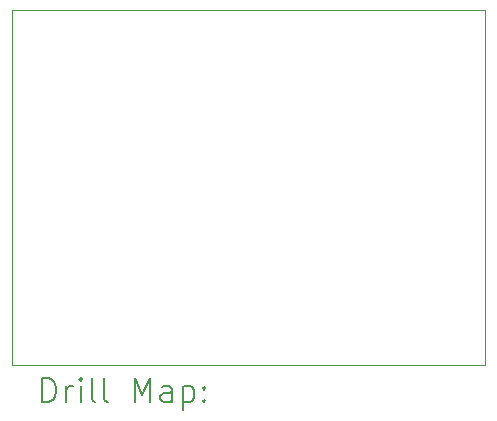
<source format=gbr>
%TF.GenerationSoftware,KiCad,Pcbnew,(6.0.11)*%
%TF.CreationDate,2023-02-05T22:54:22+01:00*%
%TF.ProjectId,ES108FC1_Connector,45533130-3846-4433-915f-436f6e6e6563,rev?*%
%TF.SameCoordinates,Original*%
%TF.FileFunction,Drillmap*%
%TF.FilePolarity,Positive*%
%FSLAX45Y45*%
G04 Gerber Fmt 4.5, Leading zero omitted, Abs format (unit mm)*
G04 Created by KiCad (PCBNEW (6.0.11)) date 2023-02-05 22:54:22*
%MOMM*%
%LPD*%
G01*
G04 APERTURE LIST*
%ADD10C,0.100000*%
%ADD11C,0.200000*%
G04 APERTURE END LIST*
D10*
X1405000Y-900000D02*
X5405000Y-900000D01*
X5405000Y-900000D02*
X5405000Y-3900000D01*
X5405000Y-3900000D02*
X1405000Y-3900000D01*
X1405000Y-3900000D02*
X1405000Y-900000D01*
D11*
X1657619Y-4215476D02*
X1657619Y-4015476D01*
X1705238Y-4015476D01*
X1733809Y-4025000D01*
X1752857Y-4044048D01*
X1762381Y-4063095D01*
X1771905Y-4101190D01*
X1771905Y-4129762D01*
X1762381Y-4167857D01*
X1752857Y-4186905D01*
X1733809Y-4205952D01*
X1705238Y-4215476D01*
X1657619Y-4215476D01*
X1857619Y-4215476D02*
X1857619Y-4082143D01*
X1857619Y-4120238D02*
X1867143Y-4101190D01*
X1876667Y-4091667D01*
X1895714Y-4082143D01*
X1914762Y-4082143D01*
X1981428Y-4215476D02*
X1981428Y-4082143D01*
X1981428Y-4015476D02*
X1971905Y-4025000D01*
X1981428Y-4034524D01*
X1990952Y-4025000D01*
X1981428Y-4015476D01*
X1981428Y-4034524D01*
X2105238Y-4215476D02*
X2086190Y-4205952D01*
X2076667Y-4186905D01*
X2076667Y-4015476D01*
X2210000Y-4215476D02*
X2190952Y-4205952D01*
X2181429Y-4186905D01*
X2181429Y-4015476D01*
X2438571Y-4215476D02*
X2438571Y-4015476D01*
X2505238Y-4158333D01*
X2571905Y-4015476D01*
X2571905Y-4215476D01*
X2752857Y-4215476D02*
X2752857Y-4110714D01*
X2743333Y-4091667D01*
X2724286Y-4082143D01*
X2686190Y-4082143D01*
X2667143Y-4091667D01*
X2752857Y-4205952D02*
X2733810Y-4215476D01*
X2686190Y-4215476D01*
X2667143Y-4205952D01*
X2657619Y-4186905D01*
X2657619Y-4167857D01*
X2667143Y-4148809D01*
X2686190Y-4139286D01*
X2733810Y-4139286D01*
X2752857Y-4129762D01*
X2848095Y-4082143D02*
X2848095Y-4282143D01*
X2848095Y-4091667D02*
X2867143Y-4082143D01*
X2905238Y-4082143D01*
X2924286Y-4091667D01*
X2933809Y-4101190D01*
X2943333Y-4120238D01*
X2943333Y-4177381D01*
X2933809Y-4196429D01*
X2924286Y-4205952D01*
X2905238Y-4215476D01*
X2867143Y-4215476D01*
X2848095Y-4205952D01*
X3029048Y-4196429D02*
X3038571Y-4205952D01*
X3029048Y-4215476D01*
X3019524Y-4205952D01*
X3029048Y-4196429D01*
X3029048Y-4215476D01*
X3029048Y-4091667D02*
X3038571Y-4101190D01*
X3029048Y-4110714D01*
X3019524Y-4101190D01*
X3029048Y-4091667D01*
X3029048Y-4110714D01*
M02*

</source>
